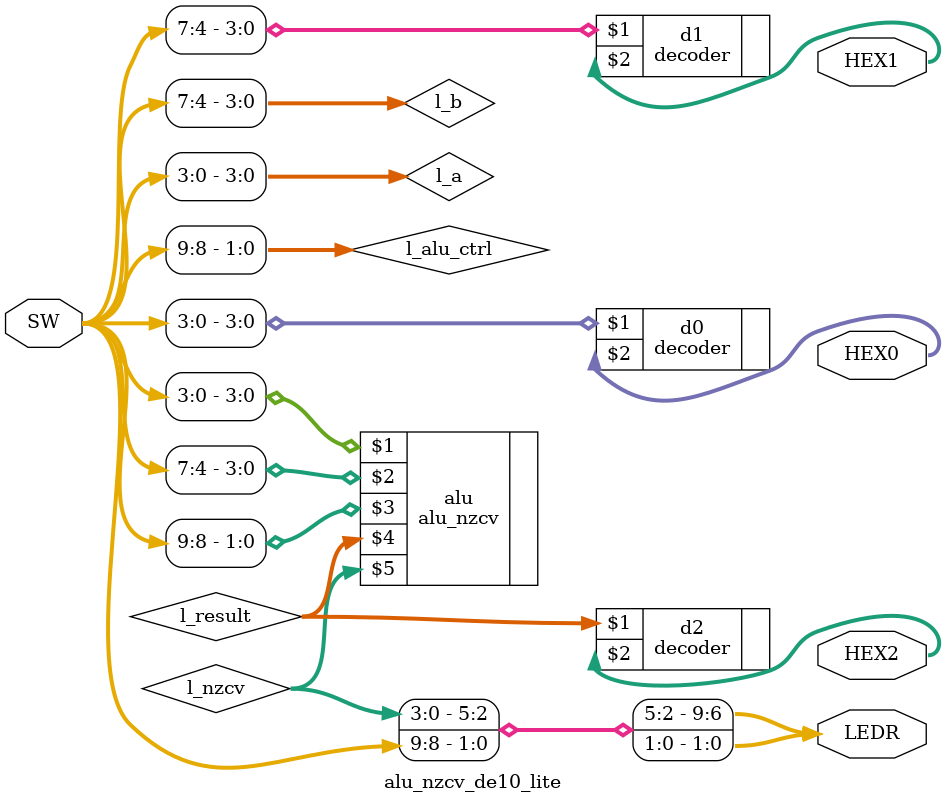
<source format=sv>
/**
 * Top-level module of the extended alu with condition flags.
 * The alu operates on the 4-bit binary numbers in SW[3:0] and SW[7:4].
 * The two input numbers are shown on displays HEX0 and HEX1.
 * The control signal is shown using LEDR1 and LEDR0.
 * The result is shown on display HEX2.
 * The NZCV flags are shown on the leds LEDR9, LEDR8, LEDR7 and LEDR6.
 *
 * @param SW bits of ten switch buttons SW9 - SW0.
 * @param LEDR output bits corresponding to the board's ten leds LEDR9 - LEDR0.
 * @param HEX0 output bits which drive the seven-segment display HEX0.
 * @param HEX1 output bits which drive the seven-segment display HEX1.
 * @param HEX2 output bits which drive the seven-segment display HEX2.
 **/
module alu_nzcv_de10_lite( input  logic [9:0] SW,
                           output logic [9:0] LEDR,
                           output logic [6:0] HEX0,
                           output logic [6:0] HEX1,
                           output logic [6:0] HEX2 );
	logic [1:0] l_alu_ctrl;
	logic [3:0] l_a,
		    l_b,
		    l_result,
		    l_nzcv;
	
	assign l_a = SW[3:0];
	assign l_b = SW[7:4];
	assign l_alu_ctrl = SW[9:8];
	
	alu_nzcv #(4) alu( l_a,
	      		   l_b,
		      	   l_alu_ctrl,
		      	   l_result,
		      	   l_nzcv );
	
	decoder d0( l_a, HEX0 );
	decoder d1( l_b, HEX1 );
	decoder d2( l_result, HEX2 );
	
	assign LEDR[0] = l_alu_ctrl[0];
	assign LEDR[1] = l_alu_ctrl[1];
	assign LEDR[6] = l_nzcv[0];
	assign LEDR[7] = l_nzcv[1];
	assign LEDR[8] = l_nzcv[2];
	assign LEDR[9] = l_nzcv[3];
endmodule

</source>
